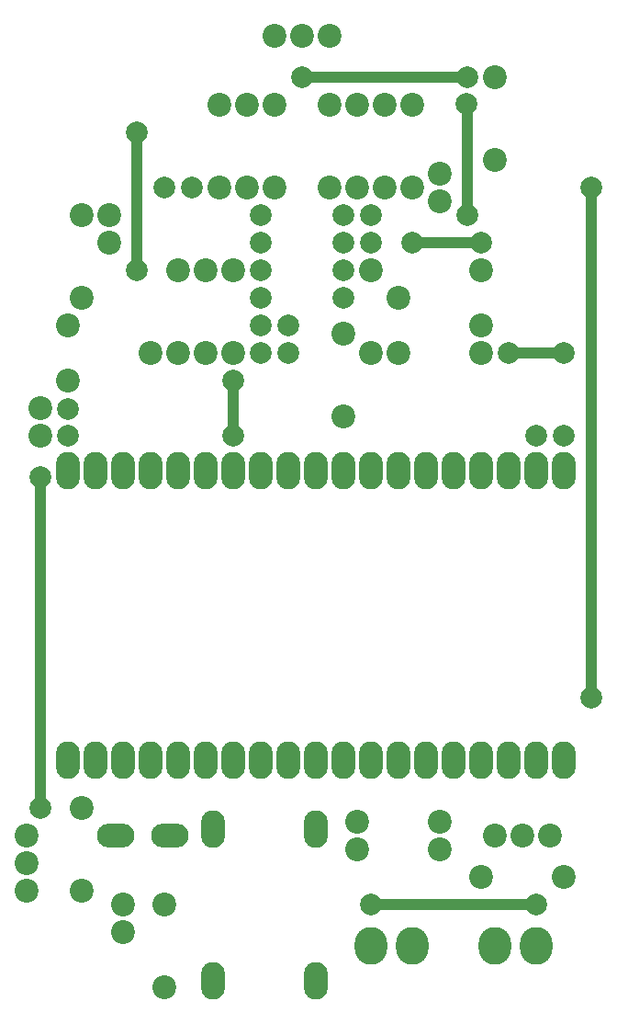
<source format=gbr>
%TF.GenerationSoftware,KiCad,Pcbnew,(5.1.6)-1*%
%TF.CreationDate,2025-12-01T13:50:03-05:00*%
%TF.ProjectId,board1,626f6172-6431-42e6-9b69-6361645f7063,rev?*%
%TF.SameCoordinates,PX196f3b0PY6f6d640*%
%TF.FileFunction,Copper,L1,Top*%
%TF.FilePolarity,Positive*%
%FSLAX46Y46*%
G04 Gerber Fmt 4.6, Leading zero omitted, Abs format (unit mm)*
G04 Created by KiCad (PCBNEW (5.1.6)-1) date 2025-12-01 13:50:03*
%MOMM*%
%LPD*%
G01*
G04 APERTURE LIST*
%TA.AperFunction,ComponentPad*%
%ADD10C,2.200000*%
%TD*%
%TA.AperFunction,ComponentPad*%
%ADD11O,3.470000X2.200000*%
%TD*%
%TA.AperFunction,ComponentPad*%
%ADD12C,2.000000*%
%TD*%
%TA.AperFunction,ComponentPad*%
%ADD13O,3.000000X3.470000*%
%TD*%
%TA.AperFunction,ComponentPad*%
%ADD14O,2.200000X3.470000*%
%TD*%
%TA.AperFunction,ViaPad*%
%ADD15C,2.000000*%
%TD*%
%TA.AperFunction,Conductor*%
%ADD16C,1.000000*%
%TD*%
G04 APERTURE END LIST*
D10*
%TO.P,J5,1*%
%TO.N,THRESH_A*%
X41910000Y74930000D03*
%TO.P,J5,2*%
%TO.N,INPUT_A*%
X41910000Y77470000D03*
%TD*%
%TO.P,J6,2*%
%TO.N,INPUT_B*%
X11430000Y73660000D03*
%TO.P,J6,1*%
%TO.N,THRESH_B*%
X11430000Y71120000D03*
%TD*%
%TO.P,R15,1*%
%TO.N,Net-(R15-Pad1)*%
X8890000Y66040000D03*
%TO.P,R15,2*%
%TO.N,GND*%
X8890000Y73660000D03*
%TD*%
D11*
%TO.P,C1,1*%
%TO.N,+5V*%
X12065000Y16510000D03*
%TO.P,C1,2*%
%TO.N,GND*%
X17035000Y16510000D03*
%TD*%
D12*
%TO.P,C2,1*%
%TO.N,INPUT_A*%
X35560000Y71160000D03*
%TO.P,C2,2*%
%TO.N,GND*%
X35560000Y73660000D03*
%TD*%
%TO.P,C3,1*%
%TO.N,+5V*%
X7620000Y53340000D03*
%TO.P,C3,2*%
%TO.N,GND*%
X7620000Y55840000D03*
%TD*%
%TO.P,C4,2*%
%TO.N,GND*%
X50840000Y53340000D03*
%TO.P,C4,1*%
%TO.N,+3V3*%
X53340000Y53340000D03*
%TD*%
%TO.P,C5,2*%
%TO.N,GND*%
X16550000Y76200000D03*
%TO.P,C5,1*%
%TO.N,INPUT_B*%
X19050000Y76200000D03*
%TD*%
%TO.P,C6,2*%
%TO.N,GND*%
X27900000Y63500000D03*
%TO.P,C6,1*%
%TO.N,+3V3*%
X25400000Y63500000D03*
%TD*%
%TO.P,C7,1*%
%TO.N,+3V3*%
X25400000Y60960000D03*
%TO.P,C7,2*%
%TO.N,GND*%
X27900000Y60960000D03*
%TD*%
D10*
%TO.P,D1,2*%
%TO.N,Net-(D1-Pad2)*%
X16510000Y2540000D03*
%TO.P,D1,1*%
%TO.N,Net-(D1-Pad1)*%
X16510000Y10160000D03*
%TD*%
%TO.P,D2,1*%
%TO.N,PUMP+*%
X53340000Y12700000D03*
%TO.P,D2,2*%
%TO.N,PUMP-*%
X45720000Y12700000D03*
%TD*%
D13*
%TO.P,J1,2*%
%TO.N,GND*%
X39370000Y6350000D03*
%TO.P,J1,1*%
%TO.N,PUMP+*%
X35560000Y6350000D03*
%TD*%
D10*
%TO.P,J2,3*%
%TO.N,ROD_B*%
X26670000Y90170000D03*
%TO.P,J2,2*%
%TO.N,DRIVE_ROD*%
X29210000Y90170000D03*
%TO.P,J2,1*%
%TO.N,ROD_A*%
X31750000Y90170000D03*
%TD*%
%TO.P,J3,1*%
%TO.N,Net-(D1-Pad1)*%
X12700000Y7620000D03*
%TO.P,J3,2*%
%TO.N,+5V*%
X12700000Y10160000D03*
%TD*%
%TO.P,J4,1*%
%TO.N,GND*%
X5080000Y55880000D03*
%TO.P,J4,2*%
%TO.N,+5V*%
X5080000Y53340000D03*
%TD*%
%TO.P,J7,1*%
%TO.N,+5V*%
X3810000Y16510000D03*
%TO.P,J7,2*%
%TO.N,GND*%
X3810000Y13970000D03*
%TO.P,J7,3*%
%TO.N,Net-(J7-Pad3)*%
X3810000Y11430000D03*
%TD*%
D13*
%TO.P,J8,1*%
%TO.N,PUMP-*%
X46990000Y6350000D03*
%TO.P,J8,2*%
%TO.N,PUMP+*%
X50800000Y6350000D03*
%TD*%
D14*
%TO.P,M1,1*%
%TO.N,GND*%
X30480000Y17145000D03*
%TO.P,M1,2*%
X30480000Y3175000D03*
%TO.P,M1,3*%
%TO.N,Net-(D1-Pad2)*%
X20980000Y3175000D03*
%TO.P,M1,4*%
%TO.N,PUMP+*%
X20980000Y17145000D03*
%TD*%
D10*
%TO.P,Q1,1*%
%TO.N,Net-(Q1-Pad1)*%
X46990000Y16510000D03*
%TO.P,Q1,2*%
%TO.N,PUMP-*%
X49530000Y16510000D03*
%TO.P,Q1,3*%
%TO.N,GND*%
X52070000Y16510000D03*
%TD*%
%TO.P,R1,1*%
%TO.N,DRIVE_ROD*%
X46990000Y86360000D03*
%TO.P,R1,2*%
%TO.N,S_DRIVE*%
X46990000Y78740000D03*
%TD*%
%TO.P,R2,1*%
%TO.N,+3V3*%
X34290000Y83820000D03*
%TO.P,R2,2*%
%TO.N,INPUT_A*%
X34290000Y76200000D03*
%TD*%
%TO.P,R3,1*%
%TO.N,+3V3*%
X45720000Y60960000D03*
%TO.P,R3,2*%
%TO.N,Net-(R3-Pad2)*%
X38100000Y60960000D03*
%TD*%
%TO.P,R4,2*%
%TO.N,INPUT_A*%
X31750000Y76200000D03*
%TO.P,R4,1*%
%TO.N,ROD_A*%
X31750000Y83820000D03*
%TD*%
%TO.P,R5,2*%
%TO.N,SENSOR_A*%
X33020000Y55118000D03*
%TO.P,R5,1*%
%TO.N,Net-(R3-Pad2)*%
X33020000Y62738000D03*
%TD*%
%TO.P,R6,2*%
%TO.N,GND*%
X36830000Y83820000D03*
%TO.P,R6,1*%
%TO.N,INPUT_A*%
X36830000Y76200000D03*
%TD*%
%TO.P,R7,1*%
%TO.N,THRESH_A*%
X35560000Y68580000D03*
%TO.P,R7,2*%
%TO.N,Net-(R3-Pad2)*%
X35560000Y60960000D03*
%TD*%
%TO.P,R8,1*%
%TO.N,Net-(R8-Pad1)*%
X39370000Y76200000D03*
%TO.P,R8,2*%
%TO.N,GND*%
X39370000Y83820000D03*
%TD*%
%TO.P,R9,1*%
%TO.N,+3V3*%
X24130000Y83820000D03*
%TO.P,R9,2*%
%TO.N,INPUT_B*%
X24130000Y76200000D03*
%TD*%
%TO.P,R10,1*%
%TO.N,+3V3*%
X20320000Y60960000D03*
%TO.P,R10,2*%
%TO.N,Net-(R10-Pad2)*%
X20320000Y68580000D03*
%TD*%
%TO.P,R11,2*%
%TO.N,INPUT_B*%
X26670000Y76200000D03*
%TO.P,R11,1*%
%TO.N,ROD_B*%
X26670000Y83820000D03*
%TD*%
%TO.P,R12,2*%
%TO.N,SENSOR_B*%
X22860000Y60960000D03*
%TO.P,R12,1*%
%TO.N,Net-(R10-Pad2)*%
X22860000Y68580000D03*
%TD*%
%TO.P,R13,2*%
%TO.N,GND*%
X21590000Y83820000D03*
%TO.P,R13,1*%
%TO.N,INPUT_B*%
X21590000Y76200000D03*
%TD*%
%TO.P,R14,2*%
%TO.N,Net-(R10-Pad2)*%
X17780000Y68580000D03*
%TO.P,R14,1*%
%TO.N,THRESH_B*%
X17780000Y60960000D03*
%TD*%
%TO.P,R16,2*%
%TO.N,Net-(Q1-Pad1)*%
X41910000Y17780000D03*
%TO.P,R16,1*%
%TO.N,PUMP*%
X34290000Y17780000D03*
%TD*%
%TO.P,R17,1*%
%TO.N,Net-(Q1-Pad1)*%
X41910000Y15240000D03*
%TO.P,R17,2*%
%TO.N,GND*%
X34290000Y15240000D03*
%TD*%
%TO.P,RV1,3*%
%TO.N,Net-(R8-Pad1)*%
X45720000Y68580000D03*
%TO.P,RV1,2*%
%TO.N,THRESH_A*%
X38100000Y66040000D03*
%TO.P,RV1,1*%
%TO.N,+3V3*%
X45720000Y63500000D03*
%TD*%
%TO.P,RV2,1*%
%TO.N,Net-(R15-Pad1)*%
X7620000Y63500000D03*
%TO.P,RV2,2*%
%TO.N,THRESH_B*%
X15240000Y60960000D03*
%TO.P,RV2,3*%
%TO.N,+3V3*%
X7620000Y58420000D03*
%TD*%
D12*
%TO.P,U1,1*%
%TO.N,Net-(R3-Pad2)*%
X33020000Y66040000D03*
%TO.P,U1,5*%
%TO.N,INPUT_B*%
X25400000Y73660000D03*
%TO.P,U1,2*%
%TO.N,THRESH_A*%
X33020000Y68580000D03*
%TO.P,U1,6*%
%TO.N,THRESH_B*%
X25400000Y71120000D03*
%TO.P,U1,3*%
%TO.N,INPUT_A*%
X33020000Y71120000D03*
%TO.P,U1,7*%
%TO.N,Net-(R10-Pad2)*%
X25400000Y68580000D03*
%TO.P,U1,4*%
%TO.N,GND*%
X33020000Y73660000D03*
%TO.P,U1,8*%
%TO.N,+3V3*%
X25400000Y66040000D03*
%TD*%
D14*
%TO.P,U2,1*%
%TO.N,+5V*%
X7620000Y50165000D03*
%TO.P,U2,2*%
%TO.N,Net-(U2-Pad2)*%
X10160000Y50165000D03*
%TO.P,U2,3*%
%TO.N,Net-(U2-Pad3)*%
X12700000Y50165000D03*
%TO.P,U2,4*%
%TO.N,Net-(U2-Pad4)*%
X15240000Y50165000D03*
%TO.P,U2,5*%
%TO.N,Net-(U2-Pad5)*%
X17780000Y50165000D03*
%TO.P,U2,6*%
%TO.N,GND*%
X20320000Y50165000D03*
%TO.P,U2,7*%
%TO.N,Net-(U2-Pad7)*%
X22860000Y50165000D03*
%TO.P,U2,8*%
%TO.N,Net-(U2-Pad8)*%
X25400000Y50165000D03*
%TO.P,U2,9*%
%TO.N,Net-(U2-Pad9)*%
X27940000Y50165000D03*
%TO.P,U2,10*%
%TO.N,Net-(U2-Pad10)*%
X30480000Y50165000D03*
%TO.P,U2,11*%
%TO.N,Net-(U2-Pad11)*%
X33020000Y50165000D03*
%TO.P,U2,12*%
%TO.N,SENSOR_B*%
X35560000Y50165000D03*
%TO.P,U2,13*%
%TO.N,Net-(U2-Pad13)*%
X38100000Y50165000D03*
%TO.P,U2,14*%
%TO.N,SENSOR_A*%
X40640000Y50165000D03*
%TO.P,U2,15*%
%TO.N,Net-(U2-Pad15)*%
X43180000Y50165000D03*
%TO.P,U2,16*%
%TO.N,Net-(U2-Pad16)*%
X45720000Y50165000D03*
%TO.P,U2,17*%
%TO.N,Net-(U2-Pad17)*%
X48260000Y50165000D03*
%TO.P,U2,18*%
%TO.N,Net-(U2-Pad18)*%
X50800000Y50165000D03*
%TO.P,U2,19*%
%TO.N,+3V3*%
X53340000Y50165000D03*
%TO.P,U2,20*%
%TO.N,GND*%
X53340000Y23495000D03*
%TO.P,U2,21*%
%TO.N,Net-(U2-Pad21)*%
X50800000Y23495000D03*
%TO.P,U2,22*%
%TO.N,Net-(U2-Pad22)*%
X48260000Y23495000D03*
%TO.P,U2,23*%
%TO.N,Net-(U2-Pad23)*%
X45720000Y23495000D03*
%TO.P,U2,24*%
%TO.N,Net-(U2-Pad24)*%
X43180000Y23495000D03*
%TO.P,U2,25*%
%TO.N,Net-(U2-Pad25)*%
X40640000Y23495000D03*
%TO.P,U2,26*%
%TO.N,GND*%
X38100000Y23495000D03*
%TO.P,U2,27*%
%TO.N,PUMP*%
X35560000Y23495000D03*
%TO.P,U2,28*%
%TO.N,Net-(U2-Pad28)*%
X33020000Y23495000D03*
%TO.P,U2,29*%
%TO.N,Net-(U2-Pad29)*%
X30480000Y23495000D03*
%TO.P,U2,30*%
%TO.N,S_DRIVE*%
X27940000Y23495000D03*
%TO.P,U2,31*%
%TO.N,WS2812B*%
X25400000Y23495000D03*
%TO.P,U2,32*%
%TO.N,Net-(U2-Pad32)*%
X22860000Y23495000D03*
%TO.P,U2,33*%
%TO.N,Net-(U2-Pad33)*%
X20320000Y23495000D03*
%TO.P,U2,34*%
%TO.N,Net-(U2-Pad34)*%
X17780000Y23495000D03*
%TO.P,U2,35*%
%TO.N,Net-(U2-Pad35)*%
X15240000Y23495000D03*
%TO.P,U2,36*%
%TO.N,Net-(U2-Pad36)*%
X12700000Y23495000D03*
%TO.P,U2,37*%
%TO.N,Net-(U2-Pad37)*%
X10160000Y23495000D03*
%TO.P,U2,38*%
%TO.N,Net-(U2-Pad38)*%
X7620000Y23495000D03*
%TD*%
D10*
%TO.P,R18,1*%
%TO.N,WS2812B*%
X8890000Y19050000D03*
%TO.P,R18,2*%
%TO.N,Net-(J7-Pad3)*%
X8890000Y11430000D03*
%TD*%
D15*
%TO.N,+5V*%
X5080000Y49530000D03*
X5080000Y19050000D03*
%TO.N,+3V3*%
X13970000Y68580000D03*
X13970000Y81280000D03*
X44450000Y73660000D03*
X44348400Y83947000D03*
X48260000Y60960000D03*
X53340000Y60960000D03*
%TO.N,PUMP+*%
X35560000Y10160000D03*
X50800000Y10160000D03*
%TO.N,DRIVE_ROD*%
X29210000Y86360000D03*
X44450000Y86360000D03*
%TO.N,S_DRIVE*%
X55880000Y76200000D03*
X55880000Y29210000D03*
%TO.N,Net-(R8-Pad1)*%
X45720000Y71120000D03*
X39370000Y71120000D03*
%TO.N,SENSOR_B*%
X22860000Y58420000D03*
X22860000Y53340000D03*
%TD*%
D16*
%TO.N,+5V*%
X5080000Y19050000D02*
X5080000Y49530000D01*
%TO.N,+3V3*%
X13970000Y68580000D02*
X13970000Y81280000D01*
X44450000Y73660000D02*
X44450000Y83820000D01*
X48260000Y60960000D02*
X53340000Y60960000D01*
%TO.N,PUMP+*%
X35560000Y10160000D02*
X50800000Y10160000D01*
%TO.N,DRIVE_ROD*%
X29002063Y86152063D02*
X29210000Y86360000D01*
X29210000Y86360000D02*
X44450000Y86360000D01*
%TO.N,S_DRIVE*%
X55880000Y29210000D02*
X55880000Y76200000D01*
%TO.N,Net-(R8-Pad1)*%
X39370000Y71120000D02*
X45720000Y71120000D01*
%TO.N,SENSOR_B*%
X22860000Y53340000D02*
X22860000Y58420000D01*
%TD*%
M02*

</source>
